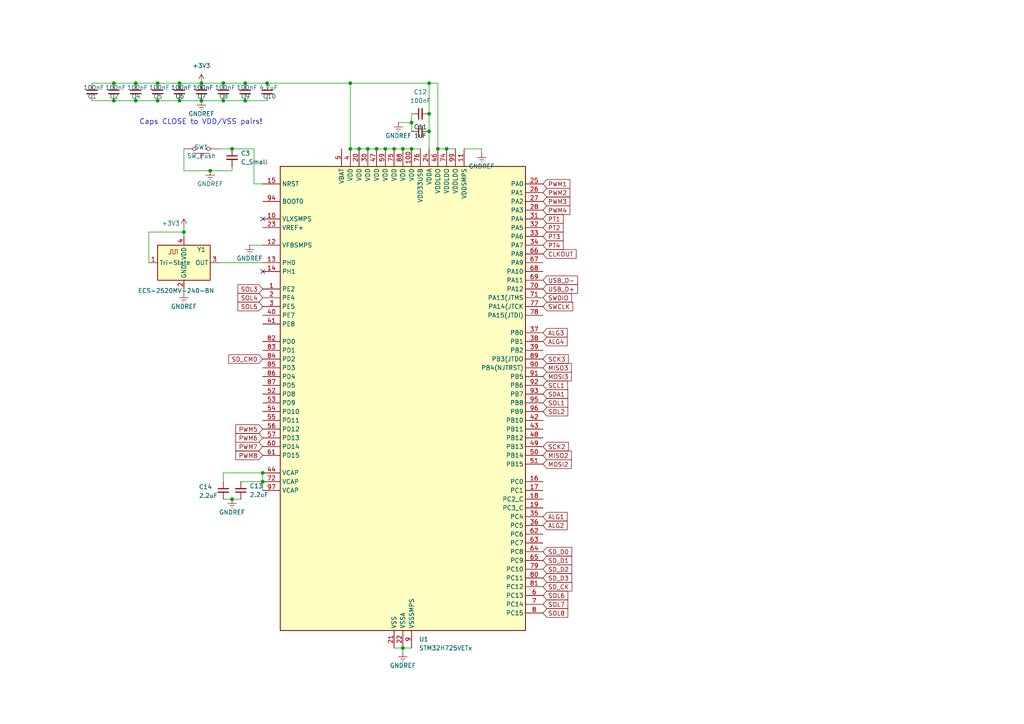
<source format=kicad_sch>
(kicad_sch (version 20250114) (generator "eeschema") (generator_version "9.0")
  (paper "A4")
  (title_block (title "INFERNO Microcontroller") (date "2025-10-05") (rev "1.0"))
  (lib_symbols
    (symbol "Device:C_Small" (pin_numbers (hide yes)) (pin_names (offset 0.254) (hide yes))
      (property "Reference" "C" (at 0.254 1.778 0))
      (property "Value" "C_Small" (at 0.254 -2.032 0))
      (symbol "C_Small_0_1"
        (polyline (pts (xy -1.524 0.508) (xy 1.524 0.508)) (stroke (width 0.3048)))
        (polyline (pts (xy -1.524 -0.508) (xy 1.524 -0.508)) (stroke (width 0.3302)))
      )
      (symbol "C_Small_1_1"
        (pin passive line (at 0 2.54 270) (length 2.032) (name "~") (number "1"))
        (pin passive line (at 0 -2.54 90) (length 2.032) (name "~") (number "2"))
      )
    )
    (symbol "MCU_ST_STM32H7:STM32H725VETx"
      (property "Reference" "U" (at -35.56 69.85 0))
      (property "Value" "STM32H725VETx" (at 20.32 69.85 0))
      (symbol "STM32H725VETx_0_1"
        (rectangle (start -35.56 -66.04) (end 35.56 68.58) (stroke (width 0.254)) (fill (type background)))
      )
      (symbol "STM32H725VETx_1_1"
        (pin input line (at -40.64 63.5 0) (length 5.08) (name "NRST") (number "15"))
        (pin input line (at -40.64 58.42 0) (length 5.08) (name "BOOT0") (number "94"))
        (pin power_in line (at -40.64 53.34 0) (length 5.08) (name "VLXSMPS") (number "10"))
        (pin input line (at -40.64 50.8 0) (length 5.08) (name "VREF+") (number "23"))
        (pin input line (at -40.64 45.72 0) (length 5.08) (name "VFBSMPS") (number "12"))
        (pin bidirectional line (at -40.64 40.64 0) (length 5.08) (name "PH0") (number "13"))
        (pin bidirectional line (at -40.64 38.1 0) (length 5.08) (name "PH1") (number "14"))
        (pin bidirectional line (at -40.64 33.02 0) (length 5.08) (name "PE2") (number "1"))
        (pin bidirectional line (at -40.64 30.48 0) (length 5.08) (name "PE4") (number "2"))
        (pin bidirectional line (at -40.64 27.94 0) (length 5.08) (name "PE5") (number "3"))
        (pin bidirectional line (at -40.64 25.4 0) (length 5.08) (name "PE7") (number "40"))
        (pin bidirectional line (at -40.64 22.86 0) (length 5.08) (name "PE8") (number "41"))
        (pin bidirectional line (at -40.64 17.78 0) (length 5.08) (name "PD0") (number "82"))
        (pin bidirectional line (at -40.64 15.24 0) (length 5.08) (name "PD1") (number "83"))
        (pin bidirectional line (at -40.64 12.7 0) (length 5.08) (name "PD2") (number "84"))
        (pin bidirectional line (at -40.64 10.16 0) (length 5.08) (name "PD3") (number "85"))
        (pin bidirectional line (at -40.64 7.62 0) (length 5.08) (name "PD4") (number "86"))
        (pin bidirectional line (at -40.64 5.08 0) (length 5.08) (name "PD5") (number "87"))
        (pin bidirectional line (at -40.64 2.54 0) (length 5.08) (name "PD8") (number "52"))
        (pin bidirectional line (at -40.64 0 0) (length 5.08) (name "PD9") (number "53"))
        (pin bidirectional line (at -40.64 -2.54 0) (length 5.08) (name "PD10") (number "54"))
        (pin bidirectional line (at -40.64 -5.08 0) (length 5.08) (name "PD11") (number "55"))
        (pin bidirectional line (at -40.64 -7.62 0) (length 5.08) (name "PD12") (number "56"))
        (pin bidirectional line (at -40.64 -10.16 0) (length 5.08) (name "PD13") (number "57"))
        (pin bidirectional line (at -40.64 -12.7 0) (length 5.08) (name "PD14") (number "60"))
        (pin bidirectional line (at -40.64 -15.24 0) (length 5.08) (name "PD15") (number "61"))
        (pin power_out line (at -40.64 -20.32 0) (length 5.08) (name "VCAP") (number "44"))
        (pin power_out line (at -40.64 -22.86 0) (length 5.08) (name "VCAP") (number "72"))
        (pin power_out line (at -40.64 -25.4 0) (length 5.08) (name "VCAP") (number "97"))
        (pin power_in line (at -17.78 73.66 270) (length 5.08) (name "VBAT") (number "5"))
        (pin power_in line (at -15.24 73.66 270) (length 5.08) (name "VDD") (number "4"))
        (pin power_in line (at -12.7 73.66 270) (length 5.08) (name "VDD") (number "20"))
        (pin power_in line (at -10.16 73.66 270) (length 5.08) (name "VDD") (number "30"))
        (pin power_in line (at -7.62 73.66 270) (length 5.08) (name "VDD") (number "47"))
        (pin power_in line (at -5.08 73.66 270) (length 5.08) (name "VDD") (number "59"))
        (pin power_in line (at -2.54 73.66 270) (length 5.08) (name "VDD") (number "75"))
        (pin power_in line (at -2.54 -71.12 90) (length 5.08) (name "VSS") (number "21"))
        (pin passive line (at -2.54 -71.12 90) (length 5.08) (hide yes) (name "VSS") (number "29"))
        (pin passive line (at -2.54 -71.12 90) (length 5.08) (hide yes) (name "VSS") (number "45"))
        (pin passive line (at -2.54 -71.12 90) (length 5.08) (hide yes) (name "VSS") (number "58"))
        (pin passive line (at -2.54 -71.12 90) (length 5.08) (hide yes) (name "VSS") (number "73"))
        (pin passive line (at -2.54 -71.12 90) (length 5.08) (hide yes) (name "VSS") (number "98"))
        (pin power_in line (at 0 73.66 270) (length 5.08) (name "VDD") (number "88"))
        (pin power_in line (at 0 -71.12 90) (length 5.08) (name "VSSA") (number "22"))
        (pin power_in line (at 2.54 73.66 270) (length 5.08) (name "VDD") (number "100"))
        (pin power_in line (at 2.54 -71.12 90) (length 5.08) (name "VSSSMPS") (number "9"))
        (pin power_in line (at 5.08 73.66 270) (length 5.08) (name "VDD33USB") (number "76"))
        (pin power_in line (at 7.62 73.66 270) (length 5.08) (name "VDDA") (number "24"))
        (pin power_in line (at 10.16 73.66 270) (length 5.08) (name "VDDLDO") (number "46"))
        (pin power_in line (at 12.7 73.66 270) (length 5.08) (name "VDDLDO") (number "74"))
        (pin power_in line (at 15.24 73.66 270) (length 5.08) (name "VDDLDO") (number "99"))
        (pin power_in line (at 17.78 73.66 270) (length 5.08) (name "VDDSMPS") (number "11"))
        (pin bidirectional line (at 40.64 63.5 180) (length 5.08) (name "PA0") (number "25"))
        (pin bidirectional line (at 40.64 60.96 180) (length 5.08) (name "PA1") (number "26"))
        (pin bidirectional line (at 40.64 58.42 180) (length 5.08) (name "PA2") (number "27"))
        (pin bidirectional line (at 40.64 55.88 180) (length 5.08) (name "PA3") (number "28"))
        (pin bidirectional line (at 40.64 53.34 180) (length 5.08) (name "PA4") (number "31"))
        (pin bidirectional line (at 40.64 50.8 180) (length 5.08) (name "PA5") (number "32"))
        (pin bidirectional line (at 40.64 48.26 180) (length 5.08) (name "PA6") (number "33"))
        (pin bidirectional line (at 40.64 45.72 180) (length 5.08) (name "PA7") (number "34"))
        (pin bidirectional line (at 40.64 43.18 180) (length 5.08) (name "PA8") (number "66"))
        (pin bidirectional line (at 40.64 40.64 180) (length 5.08) (name "PA9") (number "67"))
        (pin bidirectional line (at 40.64 38.1 180) (length 5.08) (name "PA10") (number "68"))
        (pin bidirectional line (at 40.64 35.56 180) (length 5.08) (name "PA11") (number "69"))
        (pin bidirectional line (at 40.64 33.02 180) (length 5.08) (name "PA12") (number "70"))
        (pin bidirectional line (at 40.64 30.48 180) (length 5.08) (name "PA13(JTMS") (number "71"))
        (pin bidirectional line (at 40.64 27.94 180) (length 5.08) (name "PA14(JTCK") (number "77"))
        (pin bidirectional line (at 40.64 25.4 180) (length 5.08) (name "PA15(JTDI)") (number "78"))
        (pin bidirectional line (at 40.64 20.32 180) (length 5.08) (name "PB0") (number "37"))
        (pin bidirectional line (at 40.64 17.78 180) (length 5.08) (name "PB1") (number "38"))
        (pin bidirectional line (at 40.64 15.24 180) (length 5.08) (name "PB2") (number "39"))
        (pin bidirectional line (at 40.64 12.7 180) (length 5.08) (name "PB3(JTDO") (number "89"))
        (pin bidirectional line (at 40.64 10.16 180) (length 5.08) (name "PB4(NJTRST)") (number "90"))
        (pin bidirectional line (at 40.64 7.62 180) (length 5.08) (name "PB5") (number "91"))
        (pin bidirectional line (at 40.64 5.08 180) (length 5.08) (name "PB6") (number "92"))
        (pin bidirectional line (at 40.64 2.54 180) (length 5.08) (name "PB7") (number "93"))
        (pin bidirectional line (at 40.64 0 180) (length 5.08) (name "PB8") (number "95"))
        (pin bidirectional line (at 40.64 -2.54 180) (length 5.08) (name "PB9") (number "96"))
        (pin bidirectional line (at 40.64 -5.08 180) (length 5.08) (name "PB10") (number "42"))
        (pin bidirectional line (at 40.64 -7.62 180) (length 5.08) (name "PB11") (number "43"))
        (pin bidirectional line (at 40.64 -10.16 180) (length 5.08) (name "PB12") (number "48"))
        (pin bidirectional line (at 40.64 -12.7 180) (length 5.08) (name "PB13") (number "49"))
        (pin bidirectional line (at 40.64 -15.24 180) (length 5.08) (name "PB14") (number "50"))
        (pin bidirectional line (at 40.64 -17.78 180) (length 5.08) (name "PB15") (number "51"))
        (pin bidirectional line (at 40.64 -22.86 180) (length 5.08) (name "PC0") (number "16"))
        (pin bidirectional line (at 40.64 -25.4 180) (length 5.08) (name "PC1") (number "17"))
        (pin bidirectional line (at 40.64 -27.94 180) (length 5.08) (name "PC2_C") (number "18"))
        (pin bidirectional line (at 40.64 -30.48 180) (length 5.08) (name "PC3_C") (number "19"))
        (pin bidirectional line (at 40.64 -33.02 180) (length 5.08) (name "PC4") (number "35"))
        (pin bidirectional line (at 40.64 -35.56 180) (length 5.08) (name "PC5") (number "36"))
        (pin bidirectional line (at 40.64 -38.1 180) (length 5.08) (name "PC6") (number "62"))
        (pin bidirectional line (at 40.64 -40.64 180) (length 5.08) (name "PC7") (number "63"))
        (pin bidirectional line (at 40.64 -43.18 180) (length 5.08) (name "PC8") (number "64"))
        (pin bidirectional line (at 40.64 -45.72 180) (length 5.08) (name "PC9") (number "65"))
        (pin bidirectional line (at 40.64 -48.26 180) (length 5.08) (name "PC10") (number "79"))
        (pin bidirectional line (at 40.64 -50.8 180) (length 5.08) (name "PC11") (number "80"))
        (pin bidirectional line (at 40.64 -53.34 180) (length 5.08) (name "PC12") (number "81"))
        (pin bidirectional line (at 40.64 -55.88 180) (length 5.08) (name "PC13") (number "6"))
        (pin bidirectional line (at 40.64 -58.42 180) (length 5.08) (name "PC14") (number "7"))
        (pin bidirectional line (at 40.64 -60.96 180) (length 5.08) (name "PC15") (number "8"))
      )
    )
    (symbol "Oscillator:ECS-2520MV-xxx-xx"
      (property "Reference" "Y" (at -5.08 6.35 0))
      (property "Value" "ECS-2520MV-xxx-xx" (at 1.27 -6.35 0))
      (symbol "ECS-2520MV-xxx-xx_0_1"
        (rectangle (start -7.62 5.08) (end 7.62 -5.08) (stroke (width 0.254)) (fill (type background)))
        (polyline (pts (xy -4.445 2.54) (xy -3.81 2.54) (xy -3.81 3.81) (xy -3.175 3.81) (xy -3.175 2.54) (xy -2.54 2.54) (xy -2.54 3.81) (xy -1.905 3.81) (xy -1.905 2.54)))
      )
      (symbol "ECS-2520MV-xxx-xx_1_1"
        (pin input line (at -10.16 0 0) (length 2.54) (name "Tri-State") (number "1"))
        (pin power_in line (at 0 7.62 270) (length 2.54) (name "VDD") (number "4"))
        (pin power_in line (at 0 -7.62 90) (length 2.54) (name "GND") (number "2"))
        (pin output line (at 10.16 0 180) (length 2.54) (name "OUT") (number "3"))
      )
    )
    (symbol "Switch:SW_Push" (pin_numbers (hide yes)) (pin_names (offset 1.016) (hide yes))
      (property "Reference" "SW" (at 1.27 2.54 0))
      (property "Value" "SW_Push" (at 0 -1.524 0))
      (symbol "SW_Push_0_1"
        (circle (center -2.032 0) (radius 0.508))
        (polyline (pts (xy 0 1.27) (xy 0 3.048)))
        (circle (center 2.032 0) (radius 0.508))
        (polyline (pts (xy 2.54 1.27) (xy -2.54 1.27)))
        (pin passive line (at -5.08 0 0) (length 2.54) (name "1") (number "1"))
        (pin passive line (at 5.08 0 180) (length 2.54) (name "2") (number "2"))
      )
    )
    (symbol "power:+3V3" (power) (pin_numbers (hide yes)) (pin_names (offset 0) (hide yes))
      (property "Value" "+3V3" (at 0 3.556 0))
      (symbol "+3V3_0_1"
        (polyline (pts (xy -0.762 1.27) (xy 0 2.54)))
        (polyline (pts (xy 0 2.54) (xy 0.762 1.27)))
        (polyline (pts (xy 0 0) (xy 0 2.54)))
      )
      (symbol "+3V3_1_1"
        (pin power_in line (at 0 0 90) (length 0) (name "~") (number "1"))
      )
    )
    (symbol "power:GNDREF" (power) (pin_numbers (hide yes)) (pin_names (offset 0) (hide yes))
      (property "Value" "GNDREF" (at 0 -3.81 0))
      (symbol "GNDREF_0_1"
        (polyline (pts (xy -0.635 -1.905) (xy 0.635 -1.905)))
        (polyline (pts (xy -0.127 -2.54) (xy 0.127 -2.54)))
        (polyline (pts (xy 0 -1.27) (xy 0 0)))
        (polyline (pts (xy 1.27 -1.27) (xy -1.27 -1.27)))
      )
      (symbol "GNDREF_1_1"
        (pin power_in line (at 0 0 270) (length 0) (name "~") (number "1"))
      )
    )
  )
  (text "Caps CLOSE to VDD/VSS pairs!" (at 40.386 36.322 0) (effects (font (size 1.5 1.5)) (justify left bottom)))
  (junction (at 67.31 43.18))
  (junction (at 64.77 29.21))
  (junction (at 58.42 29.21))
  (junction (at 52.07 29.21))
  (junction (at 53.34 67.31))
  (junction (at 45.72 24.13))
  (junction (at 67.31 144.78))
  (junction (at 58.42 24.13))
  (junction (at 33.02 24.13))
  (junction (at 116.84 43.18))
  (junction (at 127 43.18))
  (junction (at 129.54 43.18))
  (junction (at 76.2 137.16))
  (junction (at 33.02 29.21))
  (junction (at 119.38 35.56))
  (junction (at 116.84 187.96))
  (junction (at 124.46 24.13))
  (junction (at 64.77 24.13))
  (junction (at 101.6 43.18))
  (junction (at 71.12 29.21))
  (junction (at 106.68 43.18))
  (junction (at 104.14 43.18))
  (junction (at 39.37 24.13))
  (junction (at 52.07 24.13))
  (junction (at 119.38 43.18))
  (junction (at 76.2 139.7))
  (junction (at 109.22 43.18))
  (junction (at 124.46 33.02))
  (junction (at 77.47 24.13))
  (junction (at 101.6 24.13))
  (junction (at 60.96 49.53))
  (junction (at 45.72 29.21))
  (junction (at 124.46 38.1))
  (junction (at 39.37 29.21))
  (junction (at 71.12 24.13))
  (junction (at 111.76 43.18))
  (junction (at 114.3 43.18))
  (no_connect (at 76.2 63.5))
  (no_connect (at 76.2 78.74))
  (wire (pts (xy 116.84 187.96) (xy 119.38 187.96)))
  (wire (pts (xy 127 24.13) (xy 127 43.18)))
  (wire (pts (xy 26.67 24.13) (xy 33.02 24.13)))
  (wire (pts (xy 53.34 66.04) (xy 53.34 67.31)))
  (wire (pts (xy 64.77 24.13) (xy 71.12 24.13)))
  (wire (pts (xy 52.07 29.21) (xy 58.42 29.21)))
  (wire (pts (xy 114.3 187.96) (xy 116.84 187.96)))
  (wire (pts (xy 33.02 24.13) (xy 39.37 24.13)))
  (wire (pts (xy 109.22 43.18) (xy 111.76 43.18)))
  (wire (pts (xy 67.31 43.18) (xy 73.66 43.18)))
  (wire (pts (xy 124.46 24.13) (xy 127 24.13)))
  (wire (pts (xy 101.6 24.13) (xy 77.47 24.13)))
  (wire (pts (xy 69.85 139.7) (xy 76.2 139.7)))
  (wire (pts (xy 58.42 29.21) (xy 64.77 29.21)))
  (wire (pts (xy 63.5 43.18) (xy 67.31 43.18)))
  (wire (pts (xy 104.14 43.18) (xy 106.68 43.18)))
  (wire (pts (xy 124.46 24.13) (xy 124.46 33.02)))
  (wire (pts (xy 58.42 24.13) (xy 64.77 24.13)))
  (wire (pts (xy 76.2 139.7) (xy 76.2 142.24)))
  (wire (pts (xy 101.6 43.18) (xy 104.14 43.18)))
  (wire (pts (xy 139.7 43.18) (xy 139.7 44.45)))
  (wire (pts (xy 116.84 43.18) (xy 119.38 43.18)))
  (wire (pts (xy 129.54 43.18) (xy 132.08 43.18)))
  (wire (pts (xy 73.66 43.18) (xy 73.66 53.34)))
  (wire (pts (xy 53.34 67.31) (xy 53.34 68.58)))
  (wire (pts (xy 116.84 187.96) (xy 116.84 189.23)))
  (wire (pts (xy 114.3 43.18) (xy 116.84 43.18)))
  (wire (pts (xy 67.31 49.53) (xy 67.31 48.26)))
  (wire (pts (xy 43.18 67.31) (xy 53.34 67.31)))
  (wire (pts (xy 124.46 38.1) (xy 124.46 43.18)))
  (wire (pts (xy 67.31 144.78) (xy 69.85 144.78)))
  (wire (pts (xy 101.6 43.18) (xy 101.6 24.13)))
  (wire (pts (xy 64.77 137.16) (xy 64.77 139.7)))
  (wire (pts (xy 119.38 35.56) (xy 119.38 33.02)))
  (wire (pts (xy 127 43.18) (xy 129.54 43.18)))
  (wire (pts (xy 26.67 29.21) (xy 33.02 29.21)))
  (wire (pts (xy 60.96 49.53) (xy 67.31 49.53)))
  (wire (pts (xy 139.7 43.18) (xy 134.62 43.18)))
  (wire (pts (xy 101.6 24.13) (xy 124.46 24.13)))
  (wire (pts (xy 33.02 29.21) (xy 39.37 29.21)))
  (wire (pts (xy 45.72 24.13) (xy 52.07 24.13)))
  (wire (pts (xy 76.2 137.16) (xy 64.77 137.16)))
  (wire (pts (xy 64.77 29.21) (xy 71.12 29.21)))
  (wire (pts (xy 111.76 43.18) (xy 114.3 43.18)))
  (wire (pts (xy 119.38 43.18) (xy 121.92 43.18)))
  (wire (pts (xy 115.57 35.56) (xy 119.38 35.56)))
  (wire (pts (xy 43.18 76.2) (xy 43.18 67.31)))
  (wire (pts (xy 106.68 43.18) (xy 109.22 43.18)))
  (wire (pts (xy 119.38 38.1) (xy 119.38 35.56)))
  (wire (pts (xy 124.46 33.02) (xy 124.46 38.1)))
  (wire (pts (xy 72.39 71.12) (xy 76.2 71.12)))
  (wire (pts (xy 64.77 144.78) (xy 67.31 144.78)))
  (wire (pts (xy 45.72 29.21) (xy 52.07 29.21)))
  (wire (pts (xy 63.5 76.2) (xy 76.2 76.2)))
  (wire (pts (xy 53.34 43.18) (xy 53.34 49.53)))
  (wire (pts (xy 39.37 24.13) (xy 45.72 24.13)))
  (wire (pts (xy 73.66 53.34) (xy 76.2 53.34)))
  (wire (pts (xy 53.34 49.53) (xy 60.96 49.53)))
  (wire (pts (xy 39.37 29.21) (xy 45.72 29.21)))
  (wire (pts (xy 71.12 29.21) (xy 77.47 29.21)))
  (wire (pts (xy 53.34 85.09) (xy 53.34 83.82)))
  (wire (pts (xy 71.12 24.13) (xy 77.47 24.13)))
  (wire (pts (xy 76.2 137.16) (xy 76.2 139.7)))
  (wire (pts (xy 52.07 24.13) (xy 58.42 24.13)))
  (global_label "PWM6" (shape input) (at 76.2 127 180) (property "Intersheetrefs" "${INTERSHEET_REFS}" (effects (hide yes))))
  (global_label "SOL1" (shape input) (at 157.48 116.84 0) (property "Intersheetrefs" "${INTERSHEET_REFS}" (effects (hide yes))))
  (global_label "PT1" (shape input) (at 157.48 63.5 0) (property "Intersheetrefs" "${INTERSHEET_REFS}" (effects (hide yes))))
  (global_label "SCK3" (shape input) (at 157.48 104.14 0) (property "Intersheetrefs" "${INTERSHEET_REFS}" (effects (hide yes))))
  (global_label "SDA1" (shape input) (at 157.48 114.3 0) (property "Intersheetrefs" "${INTERSHEET_REFS}" (effects (hide yes))))
  (global_label "PWM3" (shape input) (at 157.48 58.42 0) (property "Intersheetrefs" "${INTERSHEET_REFS}" (effects (hide yes))))
  (global_label "SD_D0" (shape input) (at 157.48 160.02 0) (property "Intersheetrefs" "${INTERSHEET_REFS}" (effects (hide yes))))
  (global_label "SOL4" (shape input) (at 76.2 86.36 180) (property "Intersheetrefs" "${INTERSHEET_REFS}" (effects (hide yes))))
  (global_label "SWCLK" (shape input) (at 157.48 88.9 0) (property "Intersheetrefs" "${INTERSHEET_REFS}" (effects (hide yes))))
  (global_label "ALG4" (shape input) (at 157.48 99.06 0) (property "Intersheetrefs" "${INTERSHEET_REFS}" (effects (hide yes))))
  (global_label "SWDIO" (shape input) (at 157.48 86.36 0) (property "Intersheetrefs" "${INTERSHEET_REFS}" (effects (hide yes))))
  (global_label "SOL3" (shape input) (at 76.2 83.82 180) (property "Intersheetrefs" "${INTERSHEET_REFS}" (effects (hide yes))))
  (global_label "SD_D3" (shape input) (at 157.48 167.64 0) (property "Intersheetrefs" "${INTERSHEET_REFS}" (effects (hide yes))))
  (global_label "MISO3" (shape input) (at 157.48 106.68 0) (property "Intersheetrefs" "${INTERSHEET_REFS}" (effects (hide yes))))
  (global_label "PT4" (shape input) (at 157.48 71.12 0) (property "Intersheetrefs" "${INTERSHEET_REFS}" (effects (hide yes))))
  (global_label "SD_D2" (shape input) (at 157.48 165.1 0) (property "Intersheetrefs" "${INTERSHEET_REFS}" (effects (hide yes))))
  (global_label "USB_D+" (shape input) (at 157.48 83.82 0) (property "Intersheetrefs" "${INTERSHEET_REFS}" (effects (hide yes))))
  (global_label "SD_D1" (shape input) (at 157.48 162.56 0) (property "Intersheetrefs" "${INTERSHEET_REFS}" (effects (hide yes))))
  (global_label "SOL5" (shape input) (at 76.2 88.9 180) (property "Intersheetrefs" "${INTERSHEET_REFS}" (effects (hide yes))))
  (global_label "SD_CK" (shape input) (at 157.48 170.18 0) (property "Intersheetrefs" "${INTERSHEET_REFS}" (effects (hide yes))))
  (global_label "CLKOUT" (shape input) (at 157.48 73.66 0) (property "Intersheetrefs" "${INTERSHEET_REFS}" (effects (hide yes))))
  (global_label "SCL1" (shape input) (at 157.48 111.76 0) (property "Intersheetrefs" "${INTERSHEET_REFS}" (effects (hide yes))))
  (global_label "SOL7" (shape input) (at 157.48 175.26 0) (property "Intersheetrefs" "${INTERSHEET_REFS}" (effects (hide yes))))
  (global_label "SOL8" (shape input) (at 157.48 177.8 0) (property "Intersheetrefs" "${INTERSHEET_REFS}" (effects (hide yes))))
  (global_label "PWM2" (shape input) (at 157.48 55.88 0) (property "Intersheetrefs" "${INTERSHEET_REFS}" (effects (hide yes))))
  (global_label "USB_D-" (shape input) (at 157.48 81.28 0) (property "Intersheetrefs" "${INTERSHEET_REFS}" (effects (hide yes))))
  (global_label "ALG1" (shape input) (at 157.48 149.86 0) (property "Intersheetrefs" "${INTERSHEET_REFS}" (effects (hide yes))))
  (global_label "PWM5" (shape input) (at 76.2 124.46 180) (property "Intersheetrefs" "${INTERSHEET_REFS}" (effects (hide yes))))
  (global_label "MISO2" (shape input) (at 157.48 132.08 0) (property "Intersheetrefs" "${INTERSHEET_REFS}" (effects (hide yes))))
  (global_label "SCK2" (shape input) (at 157.48 129.54 0) (property "Intersheetrefs" "${INTERSHEET_REFS}" (effects (hide yes))))
  (global_label "PT2" (shape input) (at 157.48 66.04 0) (property "Intersheetrefs" "${INTERSHEET_REFS}" (effects (hide yes))))
  (global_label "PWM4" (shape input) (at 157.48 60.96 0) (property "Intersheetrefs" "${INTERSHEET_REFS}" (effects (hide yes))))
  (global_label "ALG3" (shape input) (at 157.48 96.52 0) (property "Intersheetrefs" "${INTERSHEET_REFS}" (effects (hide yes))))
  (global_label "SD_CMD" (shape input) (at 76.2 104.14 180) (property "Intersheetrefs" "${INTERSHEET_REFS}" (effects (hide yes))))
  (global_label "SOL2" (shape input) (at 157.48 119.38 0) (property "Intersheetrefs" "${INTERSHEET_REFS}" (effects (hide yes))))
  (global_label "PWM1" (shape input) (at 157.48 53.34 0) (property "Intersheetrefs" "${INTERSHEET_REFS}" (effects (hide yes))))
  (global_label "PWM8" (shape input) (at 76.2 132.08 180) (property "Intersheetrefs" "${INTERSHEET_REFS}" (effects (hide yes))))
  (global_label "SOL6" (shape input) (at 157.48 172.72 0) (property "Intersheetrefs" "${INTERSHEET_REFS}" (effects (hide yes))))
  (global_label "MOSI2" (shape input) (at 157.48 134.62 0) (property "Intersheetrefs" "${INTERSHEET_REFS}" (effects (hide yes))))
  (global_label "ALG2" (shape input) (at 157.48 152.4 0) (property "Intersheetrefs" "${INTERSHEET_REFS}" (effects (hide yes))))
  (global_label "MOSI3" (shape input) (at 157.48 109.22 0) (property "Intersheetrefs" "${INTERSHEET_REFS}" (effects (hide yes))))
  (global_label "PWM7" (shape input) (at 76.2 129.54 180) (property "Intersheetrefs" "${INTERSHEET_REFS}" (effects (hide yes))))
  (global_label "PT3" (shape input) (at 157.48 68.58 0) (property "Intersheetrefs" "${INTERSHEET_REFS}" (effects (hide yes))))
  (symbol (lib_id "Device:C_Small") (at 45.72 26.67 0) (unit 1)
    (property "Reference" "C5" (at 44.45 27.94 0) (effects (justify left)))
    (property "Value" "100nF" (at 43.18 25.4 0) (effects (justify left)))
    (property "Footprint" "Capacitor_SMD:C_0603_1608Metric" (effects (hide yes)))
    (property "Description" "Unpolarized capacitor, small symbol" (effects (hide yes)))
    (property "Product ID" "CL10B104KB8NNNL" (effects (hide yes)))
    (property "LCSC" "C1525" (effects (hide yes)))
  )
  (symbol (lib_id "Device:C_Small") (at 58.42 26.67 0) (unit 1)
    (property "Reference" "C7" (at 57.15 27.94 0) (effects (justify left)))
    (property "Value" "100nF" (at 55.88 25.4 0) (effects (justify left)))
    (property "Footprint" "Capacitor_SMD:C_0603_1608Metric" (effects (hide yes)))
    (property "Description" "Unpolarized capacitor, small symbol" (effects (hide yes)))
    (property "Product ID" "CL10B104KB8NNNL" (effects (hide yes)))
    (property "LCSC" "C1525" (effects (hide yes)))
  )
  (symbol (lib_id "Device:C_Small") (at 52.07 26.67 0) (unit 1)
    (property "Reference" "C6" (at 50.8 27.94 0) (effects (justify left)))
    (property "Value" "100nF" (at 49.53 25.4 0) (effects (justify left)))
    (property "Footprint" "Capacitor_SMD:C_0603_1608Metric" (effects (hide yes)))
    (property "Description" "Unpolarized capacitor, small symbol" (effects (hide yes)))
    (property "Product ID" "CL10B104KB8NNNL" (effects (hide yes)))
    (property "LCSC" "C1525" (effects (hide yes)))
  )
  (symbol (lib_id "MCU_ST_STM32H7:STM32H725VETx") (at 116.84 116.84 0) (unit 1)
    (property "Reference" "U1" (at 121.5233 185.42 0) (effects (justify left)))
    (property "Value" "STM32H725VETx" (at 121.5233 187.96 0) (effects (justify left)))
    (property "Footprint" "Package_QFP:LQFP-100_14x14mm_P0.5mm" (effects (hide yes)))
    (property "Datasheet" "https://www.st.com/resource/en/datasheet/stm32h725ve.pdf" (effects (hide yes)))
    (property "Description" "STMicroelectronics Arm Cortex-M7 MCU, 512KB flash, 564KB RAM, 550 MHz, 1.71-3.6V, 69 GPIO, LQFP100" (effects (hide yes)))
  )
  (symbol (lib_id "Device:C_Small") (at 67.31 45.72 0) (unit 1)
    (property "Reference" "C3" (at 69.85 44.4562 0) (effects (justify left)))
    (property "Value" "C_Small" (at 69.85 46.9962 0) (effects (justify left)))
    (property "Footprint" "Capacitor_SMD:C_0603_1608Metric" (effects (hide yes)))
    (property "Description" "Unpolarized capacitor, small symbol" (effects (hide yes)))
  )
  (symbol (lib_id "Device:C_Small") (at 64.77 142.24 0) (unit 1)
    (property "Reference" "C14" (at 57.658 141.224 0) (effects (justify left)))
    (property "Value" "2.2uF" (at 57.658 143.764 0) (effects (justify left)))
    (property "Description" "Unpolarized capacitor, small symbol" (effects (hide yes)))
  )
  (symbol (lib_id "power:GNDREF") (at 67.31 144.78 0) (mirror y) (unit 1)
    (property "Reference" "#PWR06" (effects (hide yes)))
    (property "Value" "GNDREF" (at 67.31 148.59 0))
    (property "Description" "Power symbol creates a global label with name \"GNDREF\" , reference supply ground" (effects (hide yes)))
  )
  (symbol (lib_id "Device:C_Small") (at 77.47 26.67 0) (unit 1)
    (property "Reference" "C10" (at 76.2 27.94 0) (effects (justify left)))
    (property "Value" "4.7uF" (at 75.184 25.4 0) (effects (justify left)))
    (property "Footprint" "Capacitor_SMD:C_0603_1608Metric" (effects (hide yes)))
    (property "Description" "Unpolarized capacitor, small symbol" (effects (hide yes)))
    (property "Product ID" "CL10A475KQ8NNNC" (effects (hide yes)))
    (property "LCSC" "C23733" (effects (hide yes)))
  )
  (symbol (lib_id "Device:C_Small") (at 121.92 38.1 90) (unit 1)
    (property "Reference" "C11" (at 121.92 36.83 90))
    (property "Value" "1uF" (at 121.92 39.37 90))
    (property "Description" "Unpolarized capacitor, small symbol" (effects (hide yes)))
  )
  (symbol (lib_id "Device:C_Small") (at 69.85 142.24 180) (unit 1)
    (property "Reference" "C13" (at 72.39 140.9635 0) (effects (justify right)))
    (property "Value" "2.2uF" (at 72.39 143.5035 0) (effects (justify right)))
    (property "Description" "Unpolarized capacitor, small symbol" (effects (hide yes)))
  )
  (symbol (lib_id "Device:C_Small") (at 39.37 26.67 0) (unit 1)
    (property "Reference" "C4" (at 38.1 27.94 0) (effects (justify left)))
    (property "Value" "100nF" (at 36.83 25.4 0) (effects (justify left)))
    (property "Footprint" "Capacitor_SMD:C_0603_1608Metric" (effects (hide yes)))
    (property "Description" "Unpolarized capacitor, small symbol" (effects (hide yes)))
    (property "Product ID" "CL10B104KB8NNNL" (effects (hide yes)))
    (property "LCSC" "C1525" (effects (hide yes)))
  )
  (symbol (lib_id "Switch:SW_Push") (at 58.42 43.18 180) (unit 1)
    (property "Reference" "SW1" (at 58.42 42.672 0))
    (property "Value" "SW_Push" (at 58.42 45.212 0))
    (property "Description" "Push button switch, generic, two pins" (effects (hide yes)))
  )
  (symbol (lib_id "power:GNDREF") (at 60.96 49.53 0) (mirror y) (unit 1)
    (property "Reference" "#PWR04" (effects (hide yes)))
    (property "Value" "GNDREF" (at 60.96 53.34 0))
    (property "Description" "Power symbol creates a global label with name \"GNDREF\" , reference supply ground" (effects (hide yes)))
  )
  (symbol (lib_id "Device:C_Small") (at 64.77 26.67 0) (unit 1)
    (property "Reference" "C8" (at 63.5 27.94 0) (effects (justify left)))
    (property "Value" "100nF" (at 62.23 25.4 0) (effects (justify left)))
    (property "Footprint" "Capacitor_SMD:C_0603_1608Metric" (effects (hide yes)))
    (property "Description" "Unpolarized capacitor, small symbol" (effects (hide yes)))
    (property "Product ID" "CL10B104KB8NNNL" (effects (hide yes)))
    (property "LCSC" "C1525" (effects (hide yes)))
  )
  (symbol (lib_id "power:GNDREF") (at 116.84 189.23 0) (mirror y) (unit 1)
    (property "Reference" "#PWR02" (effects (hide yes)))
    (property "Value" "GNDREF" (at 116.84 193.04 0))
    (property "Description" "Power symbol creates a global label with name \"GNDREF\" , reference supply ground" (effects (hide yes)))
  )
  (symbol (lib_id "power:GNDREF") (at 53.34 85.09 0) (mirror y) (unit 1)
    (property "Reference" "#PWR0102" (effects (hide yes)))
    (property "Value" "GNDREF" (at 53.34 88.9 0))
    (property "Description" "Power symbol creates a global label with name \"GNDREF\" , reference supply ground" (effects (hide yes)))
  )
  (symbol (lib_id "Device:C_Small") (at 26.67 26.67 0) (unit 1)
    (property "Reference" "C1" (at 25.4 27.94 0) (effects (justify left)))
    (property "Value" "100nF" (at 24.13 25.4 0) (effects (justify left)))
    (property "Footprint" "Capacitor_SMD:C_0603_1608Metric" (effects (hide yes)))
    (property "Description" "Unpolarized capacitor, small symbol" (effects (hide yes)))
    (property "Product ID" "CL10B104KB8NNNL" (effects (hide yes)))
    (property "LCSC" "C1525" (effects (hide yes)))
  )
  (symbol (lib_id "power:+3V3") (at 53.34 66.04 0) (unit 1)
    (property "Reference" "#PWR0101" (effects (hide yes)))
    (property "Value" "+3V3" (at 49.53 64.77 0))
    (property "Description" "Power symbol creates a global label with name \"+3V3\"" (effects (hide yes)))
  )
  (symbol (lib_id "Device:C_Small") (at 71.12 26.67 0) (unit 1)
    (property "Reference" "C9" (at 69.85 27.94 0) (effects (justify left)))
    (property "Value" "100nF" (at 68.58 25.4 0) (effects (justify left)))
    (property "Footprint" "Capacitor_SMD:C_0603_1608Metric" (effects (hide yes)))
    (property "Description" "Unpolarized capacitor, small symbol" (effects (hide yes)))
    (property "Product ID" "CL10B104KB8NNNL" (effects (hide yes)))
    (property "LCSC" "C1525" (effects (hide yes)))
  )
  (symbol (lib_id "Device:C_Small") (at 121.92 33.02 90) (unit 1)
    (property "Reference" "C12" (at 121.9263 26.67 90))
    (property "Value" "100nF" (at 121.9263 29.21 90))
    (property "Description" "Unpolarized capacitor, small symbol" (effects (hide yes)))
  )
  (symbol (lib_id "power:GNDREF") (at 139.7 44.45 0) (mirror y) (unit 1)
    (property "Reference" "#PWR01" (effects (hide yes)))
    (property "Value" "GNDREF" (at 139.7 48.26 0))
    (property "Description" "Power symbol creates a global label with name \"GNDREF\" , reference supply ground" (effects (hide yes)))
  )
  (symbol (lib_id "power:GNDREF") (at 115.57 35.56 0) (mirror y) (unit 1)
    (property "Reference" "#PWR05" (effects (hide yes)))
    (property "Value" "GNDREF" (at 115.57 39.37 0))
    (property "Description" "Power symbol creates a global label with name \"GNDREF\" , reference supply ground" (effects (hide yes)))
  )
  (symbol (lib_id "power:GNDREF") (at 72.39 71.12 0) (mirror y) (unit 1)
    (property "Reference" "#PWR03" (effects (hide yes)))
    (property "Value" "GNDREF" (at 72.39 74.93 0))
    (property "Description" "Power symbol creates a global label with name \"GNDREF\" , reference supply ground" (effects (hide yes)))
  )
  (symbol (lib_id "Oscillator:ECS-2520MV-xxx-xx") (at 53.34 76.2 0) (unit 1)
    (property "Reference" "Y1" (at 58.42 72.39 0))
    (property "Value" "ECS-2520MV-240-BN" (at 51.054 84.328 0))
    (property "Footprint" "Oscillator:Oscillator_SMD_ECS_2520MV-xxx-xx-4Pin_2.5x2.0mm" (effects (hide yes)))
    (property "Datasheet" "https://www.ecsxtal.com/store/pdf/ECS-2520MV.pdf" (effects (hide yes)))
    (property "Description" "HCMOS Crystal Clock Oscillator, 2.5x2.0 mm SMD" (effects (hide yes)))
    (property "Product ID" "ECS-2520MV-240-BN" (effects (hide yes)))
    (property "LCSC" "C437141" (effects (hide yes)))
  )
  (symbol (lib_id "Device:C_Small") (at 33.02 26.67 0) (unit 1)
    (property "Reference" "C2" (at 31.75 27.94 0) (effects (justify left)))
    (property "Value" "100nF" (at 30.48 25.4 0) (effects (justify left)))
    (property "Footprint" "Capacitor_SMD:C_0603_1608Metric" (effects (hide yes)))
    (property "Description" "Unpolarized capacitor, small symbol" (effects (hide yes)))
    (property "Product ID" "CL10B104KB8NNNL" (effects (hide yes)))
    (property "LCSC" "C1525" (effects (hide yes)))
  )
  (symbol (lib_id "power:GNDREF") (at 58.42 29.21 0) (mirror y) (unit 1)
    (property "Reference" "#PWR0109" (effects (hide yes)))
    (property "Value" "GNDREF" (at 58.42 33.02 0))
    (property "Description" "Power symbol creates a global label with name \"GNDREF\" , reference supply ground" (effects (hide yes)))
  )
  (symbol (lib_id "power:+3V3") (at 58.42 24.13 0) (unit 1)
    (property "Reference" "#PWR0111" (effects (hide yes)))
    (property "Value" "+3V3" (at 58.42 19.05 0))
    (property "Description" "Power symbol creates a global label with name \"+3V3\"" (effects (hide yes)))
  )
)
</source>
